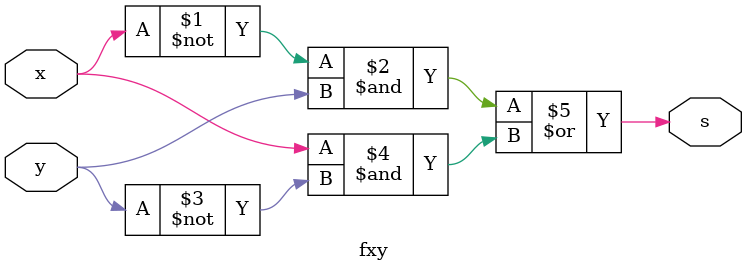
<source format=v>

module fxy(output s, input x,y);

assign s = ~x & y | x & ~y;

endmodule //fxy
</source>
